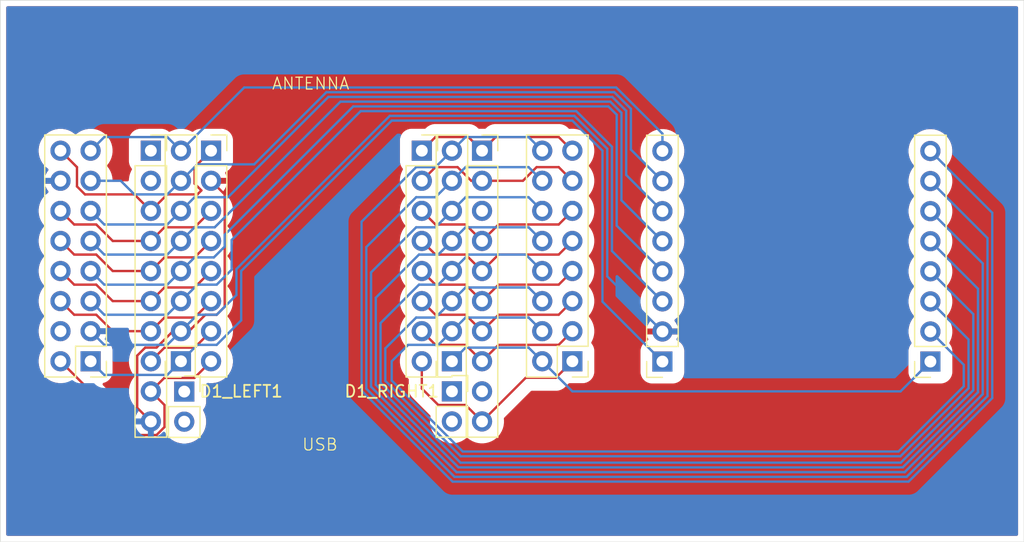
<source format=kicad_pcb>
(kicad_pcb (version 20241229) (generator "pcbnew") (generator_version "9.0")
  (layers (0 "F.Cu" signal) (2 "B.Cu" signal) (13 "F.Paste" user) (15 "B.Paste" user) (5 "F.SilkS" user "F.Silkscreen") (7 "B.SilkS" user "B.Silkscreen") (1 "F.Mask" user) (3 "B.Mask" user) (25 "Edge.Cuts" user))
  (net 0 "")
  (net 1 "D1M_D3")
  (net 2 "D1M_VDD")
  (net 3 "D1M_D1")
  (net 4 "D1M_D2")
  (net 5 "D1M_TX")
  (net 6 "D1M_GND")
  (net 7 "D1M_RX")
  (net 8 "D1M_D4")
  (net 9 "D1M_D5")
  (net 10 "D1M_A0")
  (net 11 "D1M_D7")
  (net 12 "D1M_RST")
  (net 13 "D1M_D8")
  (net 14 "D1M_D0")
  (net 15 "D1M_3V3")
  (net 16 "D1M_D6")
  (net 25 "SML_7")
  (net 26 "SML_4")
  (net 27 "SML_6")
  (net 28 "SML_3")
  (net 29 "SML_5")
  (net 30 "SML_8")
  (net 31 "SML_1")
  (net 32 "SMR_2")
  (net 33 "SMR_5")
  (net 34 "SMR_4")
  (net 35 "SMR_3")
  (net 36 "SMR_1")
  (net 37 "SMR_6")
  (net 38 "SMR_7")
  (net 39 "SMR_8")
  (footprint "Connector_PinSocket_2.54mm:PinSocket_1x08_P2.54mm_Vertical" (layer "F.Cu") (at 172.697975 119.404305 180)
    (property "Reference" "D1B_LEFT1" (hide yes))
    (property "Value" "Conn_01x08" (hide yes))
    (fp_line (start 1.33 1.27) (end 1.33 19.11) (stroke (width 0.12)) (layer "F.SilkS"))
    (fp_line (start 1.33 -1.33) (end 1.33 0) (stroke (width 0.12)) (layer "F.SilkS"))
    (fp_line (start 0 -1.33) (end 1.33 -1.33) (stroke (width 0.12)) (layer "F.SilkS"))
    (fp_line (start -1.33 19.11) (end 1.33 19.11) (stroke (width 0.12)) (layer "F.SilkS"))
    (fp_line (start -1.33 1.27) (end 1.33 1.27) (stroke (width 0.12)) (layer "F.SilkS"))
    (fp_line (start -1.33 1.27) (end -1.33 19.11) (stroke (width 0.12)) (layer "F.SilkS"))
    (pad "1" thru_hole rect (at 0 0 180) (size 1.7 1.7) (drill 1) (layers "*.Cu" "*.Mask") (net 2 "D1M_VDD"))
    (pad "2" thru_hole oval (at 0 2.54 180) (size 1.7 1.7) (drill 1) (layers "*.Cu" "*.Mask") (net 6 "D1M_GND"))
    (pad "3" thru_hole oval (at 0 5.08 180) (size 1.7 1.7) (drill 1) (layers "*.Cu" "*.Mask") (net 8 "D1M_D4"))
    (pad "4" thru_hole oval (at 0 7.62 180) (size 1.7 1.7) (drill 1) (layers "*.Cu" "*.Mask") (net 1 "D1M_D3"))
    (pad "5" thru_hole oval (at 0 10.16 180) (size 1.7 1.7) (drill 1) (layers "*.Cu" "*.Mask") (net 4 "D1M_D2"))
    (pad "6" thru_hole oval (at 0 12.7 180) (size 1.7 1.7) (drill 1) (layers "*.Cu" "*.Mask") (net 3 "D1M_D1"))
    (pad "7" thru_hole oval (at 0 15.24 180) (size 1.7 1.7) (drill 1) (layers "*.Cu" "*.Mask") (net 7 "D1M_RX"))
    (pad "8" thru_hole oval (at 0 17.78 180) (size 1.7 1.7) (drill 1) (layers "*.Cu" "*.Mask") (net 5 "D1M_TX"))
  )
  (footprint "Connector_PinSocket_2.54mm:PinSocket_1x10_P2.54mm_Vertical" (layer "F.Cu") (at 157.48 101.6)
    (property "Reference" "MPLUS_RIGHT1" (hide yes))
    (property "Value" "Conn_01x10" (hide yes))
    (fp_line (start -1.33 1.27) (end -1.33 24.19) (stroke (width 0.12)) (layer "F.SilkS"))
    (fp_line (start -1.33 1.27) (end 1.33 1.27) (stroke (width 0.12)) (layer "F.SilkS"))
    (fp_line (start -1.33 24.19) (end 1.33 24.19) (stroke (width 0.12)) (layer "F.SilkS"))
    (fp_line (start 0 -1.33) (end 1.33 -1.33) (stroke (width 0.12)) (layer "F.SilkS"))
    (fp_line (start 1.33 -1.33) (end 1.33 0) (stroke (width 0.12)) (layer "F.SilkS"))
    (fp_line (start 1.33 1.27) (end 1.33 24.19) (stroke (width 0.12)) (layer "F.SilkS"))
    (pad "1" thru_hole rect (at 0 0) (size 1.7 1.7) (drill 1) (layers "*.Cu" "*.Mask") (net 36 "SMR_1"))
    (pad "2" thru_hole oval (at 0 2.54) (size 1.7 1.7) (drill 1) (layers "*.Cu" "*.Mask") (net 32 "SMR_2"))
    (pad "3" thru_hole oval (at 0 5.08) (size 1.7 1.7) (drill 1) (layers "*.Cu" "*.Mask"))
    (pad "4" thru_hole oval (at 0 7.62) (size 1.7 1.7) (drill 1) (layers "*.Cu" "*.Mask") (net 35 "SMR_3"))
    (pad "5" thru_hole oval (at 0 10.16) (size 1.7 1.7) (drill 1) (layers "*.Cu" "*.Mask") (net 34 "SMR_4"))
    (pad "6" thru_hole oval (at 0 12.7) (size 1.7 1.7) (drill 1) (layers "*.Cu" "*.Mask") (net 33 "SMR_5"))
    (pad "7" thru_hole oval (at 0 15.24) (size 1.7 1.7) (drill 1) (layers "*.Cu" "*.Mask") (net 37 "SMR_6"))
    (pad "8" thru_hole oval (at 0 17.78) (size 1.7 1.7) (drill 1) (layers "*.Cu" "*.Mask") (net 38 "SMR_7"))
    (pad "9" thru_hole oval (at 0 20.32) (size 1.7 1.7) (drill 1) (layers "*.Cu" "*.Mask"))
    (pad "10" thru_hole oval (at 0 22.86) (size 1.7 1.7) (drill 1) (layers "*.Cu" "*.Mask") (net 39 "SMR_8"))
  )
  (footprint "Connector_PinHeader_2.54mm:PinHeader_2x08_P2.54mm_Vertical" (layer "F.Cu") (at 124.46 119.38 180)
    (property "Reference" "J2" (hide yes))
    (property "Value" "BB_LEFT")
    (fp_line (start 3.87 -1.33) (end 3.87 19.11) (stroke (width 0.12)) (layer "F.SilkS"))
    (fp_line (start 1.27 1.27) (end 1.27 -1.33) (stroke (width 0.12)) (layer "F.SilkS"))
    (fp_line (start 1.27 -1.33) (end 3.87 -1.33) (stroke (width 0.12)) (layer "F.SilkS"))
    (fp_line (start -1.33 19.11) (end 3.87 19.11) (stroke (width 0.12)) (layer "F.SilkS"))
    (fp_line (start -1.33 1.27) (end 1.27 1.27) (stroke (width 0.12)) (layer "F.SilkS"))
    (fp_line (start -1.33 1.27) (end -1.33 19.11) (stroke (width 0.12)) (layer "F.SilkS"))
    (fp_line (start -1.33 0) (end -1.33 -1.33) (stroke (width 0.12)) (layer "F.SilkS"))
    (fp_line (start -1.33 -1.33) (end 0 -1.33) (stroke (width 0.12)) (layer "F.SilkS"))
    (pad "1" thru_hole rect (at 0 0 180) (size 1.7 1.7) (drill 1) (layers "*.Cu" "*.Mask") (net 2 "D1M_VDD"))
    (pad "2" thru_hole oval (at 2.54 0 180) (size 1.7 1.7) (drill 1) (layers "*.Cu" "*.Mask") (net 30 "SML_8"))
    (pad "3" thru_hole oval (at 0 2.54 180) (size 1.7 1.7) (drill 1) (layers "*.Cu" "*.Mask") (net 6 "D1M_GND"))
    (pad "4" thru_hole oval (at 2.54 2.54 180) (size 1.7 1.7) (drill 1) (layers "*.Cu" "*.Mask") (net 25 "SML_7"))
    (pad "5" thru_hole oval (at 0 5.08 180) (size 1.7 1.7) (drill 1) (layers "*.Cu" "*.Mask") (net 8 "D1M_D4"))
    (pad "6" thru_hole oval (at 2.54 5.08 180) (size 1.7 1.7) (drill 1) (layers "*.Cu" "*.Mask") (net 27 "SML_6"))
    (pad "7" thru_hole oval (at 0 7.62 180) (size 1.7 1.7) (drill 1) (layers "*.Cu" "*.Mask") (net 1 "D1M_D3"))
    (pad "8" thru_hole oval (at 2.54 7.62 180) (size 1.7 1.7) (drill 1) (layers "*.Cu" "*.Mask") (net 29 "SML_5"))
    (pad "9" thru_hole oval (at 0 10.16 180) (size 1.7 1.7) (drill 1) (layers "*.Cu" "*.Mask") (net 4 "D1M_D2"))
    (pad "10" thru_hole oval (at 2.54 10.16 180) (size 1.7 1.7) (drill 1) (layers "*.Cu" "*.Mask") (net 26 "SML_4"))
    (pad "11" thru_hole oval (at 0 12.7 180) (size 1.7 1.7) (drill 1) (layers "*.Cu" "*.Mask") (net 3 "D1M_D1"))
    (pad "12" thru_hole oval (at 2.54 12.7 180) (size 1.7 1.7) (drill 1) (layers "*.Cu" "*.Mask") (net 28 "SML_3"))
    (pad "13" thru_hole oval (at 0 15.24 180) (size 1.7 1.7) (drill 1) (layers "*.Cu" "*.Mask") (net 7 "D1M_RX"))
    (pad "14" thru_hole oval (at 2.54 15.24 180) (size 1.7 1.7) (drill 1) (layers "*.Cu" "*.Mask") (net 6 "D1M_GND"))
    (pad "15" thru_hole oval (at 0 17.78 180) (size 1.7 1.7) (drill 1) (layers "*.Cu" "*.Mask") (net 5 "D1M_TX"))
    (pad "16" thru_hole oval (at 2.54 17.78 180) (size 1.7 1.7) (drill 1) (layers "*.Cu" "*.Mask") (net 31 "SML_1"))
  )
  (footprint "Connector_PinHeader_2.54mm:PinHeader_2x08_P2.54mm_Vertical" (layer "F.Cu") (at 165.1 119.38 180)
    (property "Reference" "J1" (hide yes))
    (property "Value" "BB_RIGHT")
    (fp_line (start 3.87 -1.33) (end 3.87 19.11) (stroke (width 0.12)) (layer "F.SilkS"))
    (fp_line (start 1.27 1.27) (end 1.27 -1.33) (stroke (width 0.12)) (layer "F.SilkS"))
    (fp_line (start 1.27 -1.33) (end 3.87 -1.33) (stroke (width 0.12)) (layer "F.SilkS"))
    (fp_line (start -1.33 19.11) (end 3.87 19.11) (stroke (width 0.12)) (layer "F.SilkS"))
    (fp_line (start -1.33 1.27) (end 1.27 1.27) (stroke (width 0.12)) (layer "F.SilkS"))
    (fp_line (start -1.33 1.27) (end -1.33 19.11) (stroke (width 0.12)) (layer "F.SilkS"))
    (fp_line (start -1.33 0) (end -1.33 -1.33) (stroke (width 0.12)) (layer "F.SilkS"))
    (fp_line (start -1.33 -1.33) (end 0 -1.33) (stroke (width 0.12)) (layer "F.SilkS"))
    (pad "1" thru_hole rect (at 0 0 180) (size 1.7 1.7) (drill 1) (layers "*.Cu" "*.Mask") (net 39 "SMR_8"))
    (pad "2" thru_hole oval (at 2.54 0 180) (size 1.7 1.7) (drill 1) (layers "*.Cu" "*.Mask") (net 15 "D1M_3V3"))
    (pad "3" thru_hole oval (at 0 2.54 180) (size 1.7 1.7) (drill 1) (layers "*.Cu" "*.Mask") (net 38 "SMR_7"))
    (pad "4" thru_hole oval (at 2.54 2.54 180) (size 1.7 1.7) (drill 1) (layers "*.Cu" "*.Mask") (net 13 "D1M_D8"))
    (pad "5" thru_hole oval (at 0 5.08 180) (size 1.7 1.7) (drill 1) (layers "*.Cu" "*.Mask") (net 37 "SMR_6"))
    (pad "6" thru_hole oval (at 2.54 5.08 180) (size 1.7 1.7) (drill 1) (layers "*.Cu" "*.Mask") (net 11 "D1M_D7"))
    (pad "7" thru_hole oval (at 0 7.62 180) (size 1.7 1.7) (drill 1) (layers "*.Cu" "*.Mask") (net 33 "SMR_5"))
    (pad "8" thru_hole oval (at 2.54 7.62 180) (size 1.7 1.7) (drill 1) (layers "*.Cu" "*.Mask") (net 16 "D1M_D6"))
    (pad "9" thru_hole oval (at 0 10.16 180) (size 1.7 1.7) (drill 1) (layers "*.Cu" "*.Mask") (net 34 "SMR_4"))
    (pad "10" thru_hole oval (at 2.54 10.16 180) (size 1.7 1.7) (drill 1) (layers "*.Cu" "*.Mask") (net 9 "D1M_D5"))
    (pad "11" thru_hole oval (at 0 12.7 180) (size 1.7 1.7) (drill 1) (layers "*.Cu" "*.Mask") (net 35 "SMR_3"))
    (pad "12" thru_hole oval (at 2.54 12.7 180) (size 1.7 1.7) (drill 1) (layers "*.Cu" "*.Mask") (net 14 "D1M_D0"))
    (pad "13" thru_hole oval (at 0 15.24 180) (size 1.7 1.7) (drill 1) (layers "*.Cu" "*.Mask") (net 32 "SMR_2"))
    (pad "14" thru_hole oval (at 2.54 15.24 180) (size 1.7 1.7) (drill 1) (layers "*.Cu" "*.Mask") (net 10 "D1M_A0"))
    (pad "15" thru_hole oval (at 0 17.78 180) (size 1.7 1.7) (drill 1) (layers "*.Cu" "*.Mask") (net 36 "SMR_1"))
    (pad "16" thru_hole oval (at 2.54 17.78 180) (size 1.7 1.7) (drill 1) (layers "*.Cu" "*.Mask") (net 12 "D1M_RST"))
  )
  (footprint "Connector_PinSocket_2.54mm:PinSocket_1x08_P2.54mm_Vertical" (layer "F.Cu") (at 132.08 119.38 180)
    (property "Reference" "D1_LEFT1" (at -5.08 -2.54 0) (layer "F.SilkS"))
    (property "Value" "Conn_01x08" (hide yes))
    (fp_line (start 1.33 1.27) (end 1.33 19.11) (stroke (width 0.12)) (layer "F.SilkS"))
    (fp_line (start 1.33 -1.33) (end 1.33 0) (stroke (width 0.12)) (layer "F.SilkS"))
    (fp_line (start 0 -1.33) (end 1.33 -1.33) (stroke (width 0.12)) (layer "F.SilkS"))
    (fp_line (start -1.33 19.11) (end 1.33 19.11) (stroke (width 0.12)) (layer "F.SilkS"))
    (fp_line (start -1.33 1.27) (end 1.33 1.27) (stroke (width 0.12)) (layer "F.SilkS"))
    (fp_line (start -1.33 1.27) (end -1.33 19.11) (stroke (width 0.12)) (layer "F.SilkS"))
    (pad "1" thru_hole rect (at 0 0 180) (size 1.7 1.7) (drill 1) (layers "*.Cu" "*.Mask") (net 2 "D1M_VDD"))
    (pad "2" thru_hole oval (at 0 2.54 180) (size 1.7 1.7) (drill 1) (layers "*.Cu" "*.Mask") (net 6 "D1M_GND"))
    (pad "3" thru_hole oval (at 0 5.08 180) (size 1.7 1.7) (drill 1) (layers "*.Cu" "*.Mask") (net 8 "D1M_D4"))
    (pad "4" thru_hole oval (at 0 7.62 180) (size 1.7 1.7) (drill 1) (layers "*.Cu" "*.Mask") (net 1 "D1M_D3"))
    (pad "5" thru_hole oval (at 0 10.16 180) (size 1.7 1.7) (drill 1) (layers "*.Cu" "*.Mask") (net 4 "D1M_D2"))
    (pad "6" thru_hole oval (at 0 12.7 180) (size 1.7 1.7) (drill 1) (layers "*.Cu" "*.Mask") (net 3 "D1M_D1"))
    (pad "7" thru_hole oval (at 0 15.24 180) (size 1.7 1.7) (drill 1) (layers "*.Cu" "*.Mask") (net 7 "D1M_RX"))
    (pad "8" thru_hole oval (at 0 17.78 180) (size 1.7 1.7) (drill 1) (layers "*.Cu" "*.Mask") (net 5 "D1M_TX"))
  )
  (footprint "Connector_PinSocket_2.54mm:PinSocket_1x10_P2.54mm_Vertical" (layer "F.Cu") (at 129.54 101.6)
    (property "Reference" "MPLUS_LEFT1" (hide yes))
    (property "Value" "Conn_01x10" (hide yes))
    (fp_line (start -1.33 1.27) (end -1.33 24.19) (stroke (width 0.12)) (layer "F.SilkS"))
    (fp_line (start -1.33 1.27) (end 1.33 1.27) (stroke (width 0.12)) (layer "F.SilkS"))
    (fp_line (start -1.33 24.19) (end 1.33 24.19) (stroke (width 0.12)) (layer "F.SilkS"))
    (fp_line (start 0 -1.33) (end 1.33 -1.33) (stroke (width 0.12)) (layer "F.SilkS"))
    (fp_line (start 1.33 -1.33) (end 1.33 0) (stroke (width 0.12)) (layer "F.SilkS"))
    (fp_line (start 1.33 1.27) (end 1.33 24.19) (stroke (width 0.12)) (layer "F.SilkS"))
    (pad "1" thru_hole rect (at 0 0) (size 1.7 1.7) (drill 1) (layers "*.Cu" "*.Mask"))
    (pad "2" thru_hole oval (at 0 2.54) (size 1.7 1.7) (drill 1) (layers "*.Cu" "*.Mask"))
    (pad "3" thru_hole oval (at 0 5.08) (size 1.7 1.7) (drill 1) (layers "*.Cu" "*.Mask") (net 31 "SML_1"))
    (pad "4" thru_hole oval (at 0 7.62) (size 1.7 1.7) (drill 1) (layers "*.Cu" "*.Mask") (net 28 "SML_3"))
    (pad "5" thru_hole oval (at 0 10.16) (size 1.7 1.7) (drill 1) (layers "*.Cu" "*.Mask") (net 26 "SML_4"))
    (pad "6" thru_hole oval (at 0 12.7) (size 1.7 1.7) (drill 1) (layers "*.Cu" "*.Mask") (net 29 "SML_5"))
    (pad "7" thru_hole oval (at 0 15.24) (size 1.7 1.7) (drill 1) (layers "*.Cu" "*.Mask") (net 27 "SML_6"))
    (pad "8" thru_hole oval (at 0 17.78) (size 1.7 1.7) (drill 1) (layers "*.Cu" "*.Mask") (net 25 "SML_7"))
    (pad "9" thru_hole oval (at 0 20.32) (size 1.7 1.7) (drill 1) (layers "*.Cu" "*.Mask") (net 30 "SML_8"))
    (pad "10" thru_hole oval (at 0 22.86) (size 1.7 1.7) (drill 1) (layers "*.Cu" "*.Mask") (net 6 "D1M_GND"))
  )
  (footprint "Connector_PinSocket_2.54mm:PinSocket_1x08_P2.54mm_Vertical" (layer "F.Cu") (at 195.303975 119.404305 180)
    (property "Reference" "D1B_RIGHT1" (hide yes))
    (property "Value" "Conn_01x08" (hide yes))
    (fp_line (start 1.33 1.27) (end 1.33 19.11) (stroke (width 0.12)) (layer "F.SilkS"))
    (fp_line (start 1.33 -1.33) (end 1.33 0) (stroke (width 0.12)) (layer "F.SilkS"))
    (fp_line (start 0 -1.33) (end 1.33 -1.33) (stroke (width 0.12)) (layer "F.SilkS"))
    (fp_line (start -1.33 19.11) (end 1.33 19.11) (stroke (width 0.12)) (layer "F.SilkS"))
    (fp_line (start -1.33 1.27) (end 1.33 1.27) (stroke (width 0.12)) (layer "F.SilkS"))
    (fp_line (start -1.33 1.27) (end -1.33 19.11) (stroke (width 0.12)) (layer "F.SilkS"))
    (pad "1" thru_hole rect (at 0 0 180) (size 1.7 1.7) (drill 1) (layers "*.Cu" "*.Mask") (net 15 "D1M_3V3"))
    (pad "2" thru_hole oval (at 0 2.54 180) (size 1.7 1.7) (drill 1) (layers "*.Cu" "*.Mask") (net 13 "D1M_D8"))
    (pad "3" thru_hole oval (at 0 5.08 180) (size 1.7 1.7) (drill 1) (layers "*.Cu" "*.Mask") (net 11 "D1M_D7"))
    (pad "4" thru_hole oval (at 0 7.62 180) (size 1.7 1.7) (drill 1) (layers "*.Cu" "*.Mask") (net 16 "D1M_D6"))
    (pad "5" thru_hole oval (at 0 10.16 180) (size 1.7 1.7) (drill 1) (layers "*.Cu" "*.Mask") (net 9 "D1M_D5"))
    (pad "6" thru_hole oval (at 0 12.7 180) (size 1.7 1.7) (drill 1) (layers "*.Cu" "*.Mask") (net 14 "D1M_D0"))
    (pad "7" thru_hole oval (at 0 15.24 180) (size 1.7 1.7) (drill 1) (layers "*.Cu" "*.Mask") (net 10 "D1M_A0"))
    (pad "8" thru_hole oval (at 0 17.78 180) (size 1.7 1.7) (drill 1) (layers "*.Cu" "*.Mask") (net 12 "D1M_RST"))
  )
  (footprint "Connector_PinSocket_2.54mm:PinSocket_1x08_P2.54mm_Vertical" (layer "F.Cu") (at 154.94 119.38 180)
    (property "Reference" "D1_RIGHT1" (at 5.08 -2.54 0) (layer "F.SilkS"))
    (property "Value" "Conn_01x08" (hide yes))
    (fp_line (start 1.33 1.27) (end 1.33 19.11) (stroke (width 0.12)) (layer "F.SilkS"))
    (fp_line (start 1.33 -1.33) (end 1.33 0) (stroke (width 0.12)) (layer "F.SilkS"))
    (fp_line (start 0 -1.33) (end 1.33 -1.33) (stroke (width 0.12)) (layer "F.SilkS"))
    (fp_line (start -1.33 19.11) (end 1.33 19.11) (stroke (width 0.12)) (layer "F.SilkS"))
    (fp_line (start -1.33 1.27) (end 1.33 1.27) (stroke (width 0.12)) (layer "F.SilkS"))
    (fp_line (start -1.33 1.27) (end -1.33 19.11) (stroke (width 0.12)) (layer "F.SilkS"))
    (pad "1" thru_hole rect (at 0 0 180) (size 1.7 1.7) (drill 1) (layers "*.Cu" "*.Mask") (net 15 "D1M_3V3"))
    (pad "2" thru_hole oval (at 0 2.54 180) (size 1.7 1.7) (drill 1) (layers "*.Cu" "*.Mask") (net 13 "D1M_D8"))
    (pad "3" thru_hole oval (at 0 5.08 180) (size 1.7 1.7) (drill 1) (layers "*.Cu" "*.Mask") (net 11 "D1M_D7"))
    (pad "4" thru_hole oval (at 0 7.62 180) (size 1.7 1.7) (drill 1) (layers "*.Cu" "*.Mask") (net 16 "D1M_D6"))
    (pad "5" thru_hole oval (at 0 10.16 180) (size 1.7 1.7) (drill 1) (layers "*.Cu" "*.Mask") (net 9 "D1M_D5"))
    (pad "6" thru_hole oval (at 0 12.7 180) (size 1.7 1.7) (drill 1) (layers "*.Cu" "*.Mask") (net 14 "D1M_D0"))
    (pad "7" thru_hole oval (at 0 15.24 180) (size 1.7 1.7) (drill 1) (layers "*.Cu" "*.Mask") (net 10 "D1M_A0"))
    (pad "8" thru_hole oval (at 0 17.78 180) (size 1.7 1.7) (drill 1) (layers "*.Cu" "*.Mask") (net 12 "D1M_RST"))
  )
  (footprint "Connector_PinSocket_2.54mm:PinSocket_1x08_P2.54mm_Vertical" (layer "F.Cu") (at 152.4 101.6)
    (property "Reference" "SMINI_RIGHT1" (hide yes))
    (property "Value" "Conn_01x08" (hide yes))
    (fp_line (start -1.33 1.27) (end -1.33 19.11) (stroke (width 0.12)) (layer "F.SilkS"))
    (fp_line (start -1.33 1.27) (end 1.33 1.27) (stroke (width 0.12)) (layer "F.SilkS"))
    (fp_line (start -1.33 19.11) (end 1.33 19.11) (stroke (width 0.12)) (layer "F.SilkS"))
    (fp_line (start 0 -1.33) (end 1.33 -1.33) (stroke (width 0.12)) (layer "F.SilkS"))
    (fp_line (start 1.33 -1.33) (end 1.33 0) (stroke (width 0.12)) (layer "F.SilkS"))
    (fp_line (start 1.33 1.27) (end 1.33 19.11) (stroke (width 0.12)) (layer "F.SilkS"))
    (pad "1" thru_hole rect (at 0 0) (size 1.7 1.7) (drill 1) (layers "*.Cu" "*.Mask") (net 36 "SMR_1"))
    (pad "2" thru_hole oval (at 0 2.54) (size 1.7 1.7) (drill 1) (layers "*.Cu" "*.Mask") (net 32 "SMR_2"))
    (pad "3" thru_hole oval (at 0 5.08) (size 1.7 1.7) (drill 1) (layers "*.Cu" "*.Mask") (net 35 "SMR_3"))
    (pad "4" thru_hole oval (at 0 7.62) (size 1.7 1.7) (drill 1) (layers "*.Cu" "*.Mask") (net 34 "SMR_4"))
    (pad "5" thru_hole oval (at 0 10.16) (size 1.7 1.7) (drill 1) (layers "*.Cu" "*.Mask") (net 33 "SMR_5"))
    (pad "6" thru_hole oval (at 0 12.7) (size 1.7 1.7) (drill 1) (layers "*.Cu" "*.Mask") (net 37 "SMR_6"))
    (pad "7" thru_hole oval (at 0 15.24) (size 1.7 1.7) (drill 1) (layers "*.Cu" "*.Mask") (net 38 "SMR_7"))
    (pad "8" thru_hole oval (at 0 17.78) (size 1.7 1.7) (drill 1) (layers "*.Cu" "*.Mask") (net 39 "SMR_8"))
  )
  (footprint "Connector_PinSocket_2.54mm:PinSocket_1x08_P2.54mm_Vertical" (layer "F.Cu") (at 134.62 101.6)
    (property "Reference" "SMINI_LEFT1" (hide yes))
    (property "Value" "Conn_01x08" (hide yes))
    (fp_line (start -1.33 1.27) (end -1.33 19.11) (stroke (width 0.12)) (layer "F.SilkS"))
    (fp_line (start -1.33 1.27) (end 1.33 1.27) (stroke (width 0.12)) (layer "F.SilkS"))
    (fp_line (start -1.33 19.11) (end 1.33 19.11) (stroke (width 0.12)) (layer "F.SilkS"))
    (fp_line (start 0 -1.33) (end 1.33 -1.33) (stroke (width 0.12)) (layer "F.SilkS"))
    (fp_line (start 1.33 -1.33) (end 1.33 0) (stroke (width 0.12)) (layer "F.SilkS"))
    (fp_line (start 1.33 1.27) (end 1.33 19.11) (stroke (width 0.12)) (layer "F.SilkS"))
    (pad "1" thru_hole rect (at 0 0) (size 1.7 1.7) (drill 1) (layers "*.Cu" "*.Mask") (net 31 "SML_1"))
    (pad "2" thru_hole oval (at 0 2.54) (size 1.7 1.7) (drill 1) (layers "*.Cu" "*.Mask") (net 6 "D1M_GND"))
    (pad "3" thru_hole oval (at 0 5.08) (size 1.7 1.7) (drill 1) (layers "*.Cu" "*.Mask") (net 28 "SML_3"))
    (pad "4" thru_hole oval (at 0 7.62) (size 1.7 1.7) (drill 1) (layers "*.Cu" "*.Mask") (net 26 "SML_4"))
    (pad "5" thru_hole oval (at 0 10.16) (size 1.7 1.7) (drill 1) (layers "*.Cu" "*.Mask") (net 29 "SML_5"))
    (pad "6" thru_hole oval (at 0 12.7) (size 1.7 1.7) (drill 1) (layers "*.Cu" "*.Mask") (net 27 "SML_6"))
    (pad "7" thru_hole oval (at 0 15.24) (size 1.7 1.7) (drill 1) (layers "*.Cu" "*.Mask") (net 25 "SML_7"))
    (pad "8" thru_hole oval (at 0 17.78) (size 1.7 1.7) (drill 1) (layers "*.Cu" "*.Mask") (net 30 "SML_8"))
  )
  (footprint "Connector_PinSocket_2.54mm:PinSocket_1x02_P2.54mm_Vertical" (layer "F.Cu") (at 154.94 121.92)
    (property "Reference" "J4" (hide yes))
    (property "Value" "Conn_01x02" (hide yes))
    (fp_line (start -1.33 1.27) (end -1.33 3.87) (stroke (width 0.12)) (layer "F.SilkS"))
    (fp_line (start -1.33 1.27) (end 1.33 1.27) (stroke (width 0.12)) (layer "F.SilkS"))
    (fp_line (start -1.33 3.87) (end 1.33 3.87) (stroke (width 0.12)) (layer "F.SilkS"))
    (fp_line (start 0 -1.33) (end 1.33 -1.33) (stroke (width 0.12)) (layer "F.SilkS"))
    (fp_line (start 1.33 -1.33) (end 1.33 0) (stroke (width 0.12)) (layer "F.SilkS"))
    (fp_line (start 1.33 1.27) (end 1.33 3.87) (stroke (width 0.12)) (layer "F.SilkS"))
    (pad "1" thru_hole rect (at 0 0) (size 1.7 1.7) (drill 1) (layers "*.Cu" "*.Mask"))
    (pad "2" thru_hole oval (at 0 2.54) (size 1.7 1.7) (drill 1) (layers "*.Cu" "*.Mask"))
  )
  (footprint "Connector_PinSocket_2.54mm:PinSocket_1x02_P2.54mm_Vertical" (layer "F.Cu") (at 132.359 121.94)
    (property "Reference" "J3" (hide yes))
    (property "Value" "Conn_01x02" (hide yes))
    (fp_line (start -1.33 1.27) (end -1.33 3.87) (stroke (width 0.12)) (layer "F.SilkS"))
    (fp_line (start -1.33 1.27) (end 1.33 1.27) (stroke (width 0.12)) (layer "F.SilkS"))
    (fp_line (start -1.33 3.87) (end 1.33 3.87) (stroke (width 0.12)) (layer "F.SilkS"))
    (fp_line (start 0 -1.33) (end 1.33 -1.33) (stroke (width 0.12)) (layer "F.SilkS"))
    (fp_line (start 1.33 -1.33) (end 1.33 0) (stroke (width 0.12)) (layer "F.SilkS"))
    (fp_line (start 1.33 1.27) (end 1.33 3.87) (stroke (width 0.12)) (layer "F.SilkS"))
    (pad "1" thru_hole rect (at 0 0) (size 1.7 1.7) (drill 1) (layers "*.Cu" "*.Mask"))
    (pad "2" thru_hole oval (at 0 2.54) (size 1.7 1.7) (drill 1) (layers "*.Cu" "*.Mask"))
  )
  (gr_rect (start 116.84 88.9) (end 203.2 134.62) (stroke (width 0.05)) (fill no) (layer "Edge.Cuts"))
  (gr_text "USB" (at 142.24 127 0) (layer "F.SilkS") (effects (font (size 1 1) (thickness 0.1)) (justify left bottom)))
  (gr_text "ANTENNA\n" (at 139.7 96.52 0) (layer "F.SilkS") (effects (font (size 1 1) (thickness 0.1)) (justify left bottom)))
  (segment (start 172.697975 111.784305) (end 168.84 107.92633) (width 0.2) (layer "B.Cu") (net 1))
  (segment (start 135.771 109.69676) (end 134.85876 110.609) (width 0.2) (layer "B.Cu") (net 1))
  (segment (start 130.929 112.911) (end 132.08 111.76) (width 0.2) (layer "B.Cu") (net 1))
  (segment (start 125.611 112.911) (end 130.929 112.911) (width 0.2) (layer "B.Cu") (net 1))
  (segment (start 135.771 108.702194) (end 135.771 109.69676) (width 0.2) (layer "B.Cu") (net 1))
  (segment (start 168.839999 98.562944) (end 168.137055 97.86) (width 0.2) (layer "B.Cu") (net 1))
  (segment (start 168.137055 97.86) (end 146.613194 97.86) (width 0.2) (layer "B.Cu") (net 1))
  (segment (start 146.613194 97.86) (end 135.771 108.702194) (width 0.2) (layer "B.Cu") (net 1))
  (segment (start 133.231 110.609) (end 132.08 111.76) (width 0.2) (layer "B.Cu") (net 1))
  (segment (start 168.84 107.92633) (end 168.839999 98.562944) (width 0.2) (layer "B.Cu") (net 1))
  (segment (start 124.46 111.76) (end 125.611 112.911) (width 0.2) (layer "B.Cu") (net 1))
  (segment (start 134.85876 110.609) (end 133.231 110.609) (width 0.2) (layer "B.Cu") (net 1))
  (segment (start 130.929 120.531) (end 132.08 119.38) (width 0.2) (layer "B.Cu") (net 2))
  (segment (start 167.64 101.600001) (end 165.099999 99.06) (width 0.2) (layer "B.Cu") (net 2))
  (segment (start 165.099999 99.06) (end 149.86 99.06) (width 0.2) (layer "B.Cu") (net 2))
  (segment (start 137.16 115.92776) (end 135.09676 117.991) (width 0.2) (layer "B.Cu") (net 2))
  (segment (start 167.64 114.34633) (end 167.64 101.600001) (width 0.2) (layer "B.Cu") (net 2))
  (segment (start 137.16 111.76) (end 137.16 115.92776) (width 0.2) (layer "B.Cu") (net 2))
  (segment (start 125.611 120.531) (end 130.929 120.531) (width 0.2) (layer "B.Cu") (net 2))
  (segment (start 172.697975 119.404305) (end 167.64 114.34633) (width 0.2) (layer "B.Cu") (net 2))
  (segment (start 135.09676 117.991) (end 133.469 117.991) (width 0.2) (layer "B.Cu") (net 2))
  (segment (start 149.86 99.06) (end 137.16 111.76) (width 0.2) (layer "B.Cu") (net 2))
  (segment (start 133.469 117.991) (end 132.08 119.38) (width 0.2) (layer "B.Cu") (net 2))
  (segment (start 124.46 119.38) (end 125.611 120.531) (width 0.2) (layer "B.Cu") (net 2))
  (segment (start 168.468425 97.06) (end 169.639999 98.231574) (width 0.2) (layer "B.Cu") (net 3))
  (segment (start 133.231 105.529) (end 136.048259 105.529) (width 0.2) (layer "B.Cu") (net 3))
  (segment (start 132.08 106.68) (end 130.929 107.831) (width 0.2) (layer "B.Cu") (net 3))
  (segment (start 169.64 103.64633) (end 172.697975 106.704305) (width 0.2) (layer "B.Cu") (net 3))
  (segment (start 144.517259 97.06) (end 168.468425 97.06) (width 0.2) (layer "B.Cu") (net 3))
  (segment (start 169.639999 98.231574) (end 169.64 103.64633) (width 0.2) (layer "B.Cu") (net 3))
  (segment (start 130.929 107.831) (end 125.611 107.831) (width 0.2) (layer "B.Cu") (net 3))
  (segment (start 132.08 106.68) (end 133.231 105.529) (width 0.2) (layer "B.Cu") (net 3))
  (segment (start 125.611 107.831) (end 124.46 106.68) (width 0.2) (layer "B.Cu") (net 3))
  (segment (start 136.048259 105.529) (end 144.517259 97.06) (width 0.2) (layer "B.Cu") (net 3))
  (segment (start 169.24 105.78633) (end 172.697975 109.244305) (width 0.2) (layer "B.Cu") (net 4))
  (segment (start 125.611 110.371) (end 124.46 109.22) (width 0.2) (layer "B.Cu") (net 4))
  (segment (start 145.537057 97.46) (end 168.30274 97.46) (width 0.2) (layer "B.Cu") (net 4))
  (segment (start 134.928058 108.069) (end 145.537057 97.46) (width 0.2) (layer "B.Cu") (net 4))
  (segment (start 132.08 109.22) (end 133.231 108.069) (width 0.2) (layer "B.Cu") (net 4))
  (segment (start 130.929 110.371) (end 125.611 110.371) (width 0.2) (layer "B.Cu") (net 4))
  (segment (start 168.30274 97.46) (end 169.239999 98.397259) (width 0.2) (layer "B.Cu") (net 4))
  (segment (start 133.231 108.069) (end 134.928058 108.069) (width 0.2) (layer "B.Cu") (net 4))
  (segment (start 169.239999 98.397259) (end 169.24 105.78633) (width 0.2) (layer "B.Cu") (net 4))
  (segment (start 132.08 109.22) (end 130.929 110.371) (width 0.2) (layer "B.Cu") (net 4))
  (segment (start 125.611 100.449) (end 130.929 100.449) (width 0.2) (layer "B.Cu") (net 5))
  (segment (start 168.799799 96.26) (end 172.697975 100.158179) (width 0.2) (layer "B.Cu") (net 5))
  (segment (start 124.46 101.6) (end 125.611 100.449) (width 0.2) (layer "B.Cu") (net 5))
  (segment (start 137.42 96.26) (end 168.799799 96.26) (width 0.2) (layer "B.Cu") (net 5))
  (segment (start 130.929 100.449) (end 132.08 101.6) (width 0.2) (layer "B.Cu") (net 5))
  (segment (start 132.08 101.6) (end 137.42 96.26) (width 0.2) (layer "B.Cu") (net 5))
  (segment (start 172.697975 100.158179) (end 172.697975 101.624305) (width 0.2) (layer "B.Cu") (net 5))
  (segment (start 129.06324 118.229) (end 130.01676 118.229) (width 0.2) (layer "F.Cu") (net 6))
  (segment (start 131.40576 116.84) (end 132.08 116.84) (width 0.2) (layer "F.Cu") (net 6))
  (segment (start 128.389 118.90324) (end 129.06324 118.229) (width 0.2) (layer "F.Cu") (net 6))
  (segment (start 128.389 123.309) (end 128.389 118.90324) (width 0.2) (layer "F.Cu") (net 6))
  (segment (start 135.771 105.291) (end 135.771 114.77676) (width 0.2) (layer "F.Cu") (net 6))
  (segment (start 129.54 124.46) (end 128.389 123.309) (width 0.2) (layer "F.Cu") (net 6))
  (segment (start 134.62 104.14) (end 135.771 105.291) (width 0.2) (layer "F.Cu") (net 6))
  (segment (start 135.09676 115.451) (end 134.14324 115.451) (width 0.2) (layer "F.Cu") (net 6))
  (segment (start 130.01676 118.229) (end 131.40576 116.84) (width 0.2) (layer "F.Cu") (net 6))
  (segment (start 132.75424 116.84) (end 132.08 116.84) (width 0.2) (layer "F.Cu") (net 6))
  (segment (start 135.771 114.77676) (end 135.09676 115.451) (width 0.2) (layer "F.Cu") (net 6))
  (segment (start 134.14324 115.451) (end 132.75424 116.84) (width 0.2) (layer "F.Cu") (net 6))
  (segment (start 168.04 101.434315) (end 165.265684 98.66) (width 0.2) (layer "B.Cu") (net 6))
  (segment (start 125.611 117.991) (end 124.46 116.84) (width 0.2) (layer "B.Cu") (net 6))
  (segment (start 168.04 112.20633) (end 168.04 101.434315) (width 0.2) (layer "B.Cu") (net 6))
  (segment (start 132.08 116.84) (end 130.929 117.991) (width 0.2) (layer "B.Cu") (net 6))
  (segment (start 133.469 115.451) (end 132.08 116.84) (width 0.2) (layer "B.Cu") (net 6))
  (segment (start 130.929 117.991) (end 125.611 117.991) (width 0.2) (layer "B.Cu") (net 6))
  (segment (start 136.76 113.78776) (end 135.09676 115.451) (width 0.2) (layer "B.Cu") (net 6))
  (segment (start 136.76 111.594315) (end 136.76 113.78776) (width 0.2) (layer "B.Cu") (net 6))
  (segment (start 172.697975 116.864305) (end 168.04 112.20633) (width 0.2) (layer "B.Cu") (net 6))
  (segment (start 165.265684 98.66) (end 149.694314 98.66) (width 0.2) (layer "B.Cu") (net 6))
  (segment (start 149.694314 98.66) (end 136.76 111.594315) (width 0.2) (layer "B.Cu") (net 6))
  (segment (start 135.09676 115.451) (end 133.469 115.451) (width 0.2) (layer "B.Cu") (net 6))
  (segment (start 128.151 105.291) (end 127 104.14) (width 0.2) (layer "B.Cu") (net 7))
  (segment (start 170.039999 98.065889) (end 170.04 101.50633) (width 0.2) (layer "B.Cu") (net 7))
  (segment (start 132.08 104.14) (end 133.469 102.751) (width 0.2) (layer "B.Cu") (net 7))
  (segment (start 168.63411 96.66) (end 170.039999 98.065889) (width 0.2) (layer "B.Cu") (net 7))
  (segment (start 133.469 102.751) (end 138.259158 102.751) (width 0.2) (layer "B.Cu") (net 7))
  (segment (start 144.350158 96.66) (end 168.63411 96.66) (width 0.2) (layer "B.Cu") (net 7))
  (segment (start 132.08 104.14) (end 130.929 105.291) (width 0.2) (layer "B.Cu") (net 7))
  (segment (start 127 104.14) (end 124.46 104.14) (width 0.2) (layer "B.Cu") (net 7))
  (segment (start 170.04 101.50633) (end 172.697975 104.164305) (width 0.2) (layer "B.Cu") (net 7))
  (segment (start 138.259158 102.751) (end 144.350158 96.66) (width 0.2) (layer "B.Cu") (net 7))
  (segment (start 130.929 105.291) (end 128.151 105.291) (width 0.2) (layer "B.Cu") (net 7))
  (segment (start 135.09676 112.911) (end 133.469 112.911) (width 0.2) (layer "B.Cu") (net 8))
  (segment (start 172.697975 114.324305) (end 168.44 110.06633) (width 0.2) (layer "B.Cu") (net 8))
  (segment (start 136.36 111.64776) (end 135.09676 112.911) (width 0.2) (layer "B.Cu") (net 8))
  (segment (start 165.431369 98.26) (end 147.241243 98.26) (width 0.2) (layer "B.Cu") (net 8))
  (segment (start 147.241243 98.26) (end 136.36 109.141243) (width 0.2) (layer "B.Cu") (net 8))
  (segment (start 130.929 115.451) (end 125.611 115.451) (width 0.2) (layer "B.Cu") (net 8))
  (segment (start 132.08 114.3) (end 130.929 115.451) (width 0.2) (layer "B.Cu") (net 8))
  (segment (start 133.469 112.911) (end 132.08 114.3) (width 0.2) (layer "B.Cu") (net 8))
  (segment (start 125.611 115.451) (end 124.46 114.3) (width 0.2) (layer "B.Cu") (net 8))
  (segment (start 168.44 110.06633) (end 168.44 101.268631) (width 0.2) (layer "B.Cu") (net 8))
  (segment (start 136.36 109.141243) (end 136.36 111.64776) (width 0.2) (layer "B.Cu") (net 8))
  (segment (start 168.44 101.268631) (end 165.431369 98.26) (width 0.2) (layer "B.Cu") (net 8))
  (segment (start 199.32 121.989996) (end 199.32 113.26033) (width 0.2) (layer "B.Cu") (net 9))
  (segment (start 152.16124 110.371) (end 148.518 114.01424) (width 0.2) (layer "B.Cu") (net 9))
  (segment (start 161.409 108.069) (end 162.56 109.22) (width 0.2) (layer "B.Cu") (net 9))
  (segment (start 192.968996 128.341) (end 199.32 121.989996) (width 0.2) (layer "B.Cu") (net 9))
  (segment (start 199.32 113.26033) (end 195.303975 109.244305) (width 0.2) (layer "B.Cu") (net 9))
  (segment (start 153.789 110.371) (end 152.16124 110.371) (width 0.2) (layer "B.Cu") (net 9))
  (segment (start 154.94 109.22) (end 156.091 108.069) (width 0.2) (layer "B.Cu") (net 9))
  (segment (start 156.091 108.069) (end 161.409 108.069) (width 0.2) (layer "B.Cu") (net 9))
  (segment (start 154.94 109.22) (end 153.789 110.371) (width 0.2) (layer "B.Cu") (net 9))
  (segment (start 148.518 114.01424) (end 148.518 121.36423) (width 0.2) (layer "B.Cu") (net 9))
  (segment (start 155.49477 128.341) (end 192.968996 128.341) (width 0.2) (layer "B.Cu") (net 9))
  (segment (start 148.518 121.36423) (end 155.49477 128.341) (width 0.2) (layer "B.Cu") (net 9))
  (segment (start 154.94 104.14) (end 156.091 102.989) (width 0.2) (layer "B.Cu") (net 10))
  (segment (start 156.091 102.989) (end 161.409 102.989) (width 0.2) (layer "B.Cu") (net 10))
  (segment (start 151.92324 105.529) (end 147.716 109.73624) (width 0.2) (layer "B.Cu") (net 10))
  (segment (start 200.12 122.321366) (end 200.12 108.98033) (width 0.2) (layer "B.Cu") (net 10))
  (segment (start 161.409 102.989) (end 162.56 104.14) (width 0.2) (layer "B.Cu") (net 10))
  (segment (start 193.298366 129.143) (end 200.12 122.321366) (width 0.2) (layer "B.Cu") (net 10))
  (segment (start 147.716 121.69643) (end 155.16257 129.143) (width 0.2) (layer "B.Cu") (net 10))
  (segment (start 154.94 104.14) (end 153.551 105.529) (width 0.2) (layer "B.Cu") (net 10))
  (segment (start 200.12 108.98033) (end 195.303975 104.164305) (width 0.2) (layer "B.Cu") (net 10))
  (segment (start 147.716 109.73624) (end 147.716 121.69643) (width 0.2) (layer "B.Cu") (net 10))
  (segment (start 155.16257 129.143) (end 193.298366 129.143) (width 0.2) (layer "B.Cu") (net 10))
  (segment (start 153.551 105.529) (end 151.92324 105.529) (width 0.2) (layer "B.Cu") (net 10))
  (segment (start 149.319 118.29324) (end 149.319 121.032444) (width 0.2) (layer "B.Cu") (net 11))
  (segment (start 155.688556 127.402) (end 192.776626 127.402) (width 0.2) (layer "B.Cu") (net 11))
  (segment (start 154.94 114.3) (end 153.551 115.689) (width 0.2) (layer "B.Cu") (net 11))
  (segment (start 156.091 113.149) (end 161.409 113.149) (width 0.2) (layer "B.Cu") (net 11))
  (segment (start 149.319 121.032444) (end 155.688556 127.402) (width 0.2) (layer "B.Cu") (net 11))
  (segment (start 198.52 117.54033) (end 195.303975 114.324305) (width 0.2) (layer "B.Cu") (net 11))
  (segment (start 153.551 115.689) (end 151.92324 115.689) (width 0.2) (layer "B.Cu") (net 11))
  (segment (start 151.92324 115.689) (end 149.319 118.29324) (width 0.2) (layer "B.Cu") (net 11))
  (segment (start 161.409 113.149) (end 162.56 114.3) (width 0.2) (layer "B.Cu") (net 11))
  (segment (start 198.52 121.658626) (end 198.52 117.54033) (width 0.2) (layer "B.Cu") (net 11))
  (segment (start 154.94 114.3) (end 156.091 113.149) (width 0.2) (layer "B.Cu") (net 11))
  (segment (start 192.776626 127.402) (end 198.52 121.658626) (width 0.2) (layer "B.Cu") (net 11))
  (segment (start 153.551 102.989) (end 151.92324 102.989) (width 0.2) (layer "B.Cu") (net 12))
  (segment (start 193.464052 129.543) (end 200.52 122.487051) (width 0.2) (layer "B.Cu") (net 12))
  (segment (start 156.091 100.449) (end 161.409 100.449) (width 0.2) (layer "B.Cu") (net 12))
  (segment (start 147.316 121.862116) (end 154.996885 129.543) (width 0.2) (layer "B.Cu") (net 12))
  (segment (start 154.94 101.6) (end 156.091 100.449) (width 0.2) (layer "B.Cu") (net 12))
  (segment (start 200.52 122.487051) (end 200.52 106.84033) (width 0.2) (layer "B.Cu") (net 12))
  (segment (start 147.316 107.59624) (end 147.316 121.862116) (width 0.2) (layer "B.Cu") (net 12))
  (segment (start 161.409 100.449) (end 162.56 101.6) (width 0.2) (layer "B.Cu") (net 12))
  (segment (start 200.52 106.84033) (end 195.303975 101.624305) (width 0.2) (layer "B.Cu") (net 12))
  (segment (start 154.94 101.6) (end 153.551 102.989) (width 0.2) (layer "B.Cu") (net 12))
  (segment (start 154.996885 129.543) (end 193.464052 129.543) (width 0.2) (layer "B.Cu") (net 12))
  (segment (start 151.92324 102.989) (end 147.316 107.59624) (width 0.2) (layer "B.Cu") (net 12))
  (segment (start 154.94 116.84) (end 153.789 117.991) (width 0.2) (layer "B.Cu") (net 13))
  (segment (start 149.86 121.007758) (end 155.853242 127.001) (width 0.2) (layer "B.Cu") (net 13))
  (segment (start 151.249 117.991) (end 149.86 119.38) (width 0.2) (layer "B.Cu") (net 13))
  (segment (start 198.12 121.492941) (end 198.12 119.68033) (width 0.2) (layer "B.Cu") (net 13))
  (segment (start 156.091 115.689) (end 161.409 115.689) (width 0.2) (layer "B.Cu") (net 13))
  (segment (start 149.86 119.38) (end 149.86 121.007758) (width 0.2) (layer "B.Cu") (net 13))
  (segment (start 153.789 117.991) (end 151.249 117.991) (width 0.2) (layer "B.Cu") (net 13))
  (segment (start 154.94 116.84) (end 156.091 115.689) (width 0.2) (layer "B.Cu") (net 13))
  (segment (start 155.853242 127.001) (end 192.611941 127.001) (width 0.2) (layer "B.Cu") (net 13))
  (segment (start 192.611941 127.001) (end 198.12 121.492941) (width 0.2) (layer "B.Cu") (net 13))
  (segment (start 198.12 119.68033) (end 195.303975 116.864305) (width 0.2) (layer "B.Cu") (net 13))
  (segment (start 161.409 115.689) (end 162.56 116.84) (width 0.2) (layer "B.Cu") (net 13))
  (segment (start 199.72 111.12033) (end 195.303975 106.704305) (width 0.2) (layer "B.Cu") (net 14))
  (segment (start 148.117 111.87524) (end 148.117 121.53033) (width 0.2) (layer "B.Cu") (net 14))
  (segment (start 153.551 108.069) (end 151.92324 108.069) (width 0.2) (layer "B.Cu") (net 14))
  (segment (start 193.133681 128.742) (end 199.72 122.155681) (width 0.2) (layer "B.Cu") (net 14))
  (segment (start 148.117 121.53033) (end 155.32867 128.742) (width 0.2) (layer "B.Cu") (net 14))
  (segment (start 154.94 106.68) (end 153.551 108.069) (width 0.2) (layer "B.Cu") (net 14))
  (segment (start 155.32867 128.742) (end 193.133681 128.742) (width 0.2) (layer "B.Cu") (net 14))
  (segment (start 156.091 105.529) (end 161.409 105.529) (width 0.2) (layer "B.Cu") (net 14))
  (segment (start 151.92324 108.069) (end 148.117 111.87524) (width 0.2) (layer "B.Cu") (net 14))
  (segment (start 154.94 106.68) (end 156.091 105.529) (width 0.2) (layer "B.Cu") (net 14))
  (segment (start 199.72 122.155681) (end 199.72 111.12033) (width 0.2) (layer "B.Cu") (net 14))
  (segment (start 161.409 105.529) (end 162.56 106.68) (width 0.2) (layer "B.Cu") (net 14))
  (segment (start 165.1 121.92) (end 162.56 119.38) (width 0.2) (layer "B.Cu") (net 15))
  (segment (start 192.78828 121.92) (end 165.1 121.92) (width 0.2) (layer "B.Cu") (net 15))
  (segment (start 195.303975 119.404305) (end 192.78828 121.92) (width 0.2) (layer "B.Cu") (net 15))
  (segment (start 161.409 118.229) (end 162.56 119.38) (width 0.2) (layer "B.Cu") (net 15))
  (segment (start 156.091 118.229) (end 161.409 118.229) (width 0.2) (layer "B.Cu") (net 15))
  (segment (start 154.94 119.38) (end 156.091 118.229) (width 0.2) (layer "B.Cu") (net 15))
  (segment (start 192.804311 127.94) (end 198.92 121.824311) (width 0.2) (layer "B.Cu") (net 16))
  (segment (start 152.16124 112.911) (end 148.919 116.15324) (width 0.2) (layer "B.Cu") (net 16))
  (segment (start 154.94 111.76) (end 153.789 112.911) (width 0.2) (layer "B.Cu") (net 16))
  (segment (start 156.329 110.371) (end 161.171 110.371) (width 0.2) (layer "B.Cu") (net 16))
  (segment (start 148.919 116.15324) (end 148.919 121.19813) (width 0.2) (layer "B.Cu") (net 16))
  (segment (start 153.789 112.911) (end 152.16124 112.911) (width 0.2) (layer "B.Cu") (net 16))
  (segment (start 161.171 110.371) (end 162.56 111.76) (width 0.2) (layer "B.Cu") (net 16))
  (segment (start 198.92 115.40033) (end 195.303975 111.784305) (width 0.2) (layer "B.Cu") (net 16))
  (segment (start 155.66087 127.94) (end 192.804311 127.94) (width 0.2) (layer "B.Cu") (net 16))
  (segment (start 148.919 121.19813) (end 155.66087 127.94) (width 0.2) (layer "B.Cu") (net 16))
  (segment (start 154.94 111.76) (end 156.329 110.371) (width 0.2) (layer "B.Cu") (net 16))
  (segment (start 198.92 121.824311) (end 198.92 115.40033) (width 0.2) (layer "B.Cu") (net 16))
  (segment (start 130.691 118.229) (end 133.231 118.229) (width 0.2) (layer "F.Cu") (net 25))
  (segment (start 129.54 119.38) (end 130.691 118.229) (width 0.2) (layer "F.Cu") (net 25))
  (segment (start 133.231 118.229) (end 134.62 116.84) (width 0.2) (layer "F.Cu") (net 25))
  (segment (start 123.071 110.371) (end 124.93676 110.371) (width 0.2) (layer "F.Cu") (net 26))
  (segment (start 129.54 111.76) (end 130.691 110.609) (width 0.2) (layer "F.Cu") (net 26))
  (segment (start 126.32576 111.76) (end 129.54 111.76) (width 0.2) (layer "F.Cu") (net 26))
  (segment (start 121.92 109.22) (end 123.071 110.371) (width 0.2) (layer "F.Cu") (net 26))
  (segment (start 133.231 110.609) (end 134.62 109.22) (width 0.2) (layer "F.Cu") (net 26))
  (segment (start 130.691 110.609) (end 133.231 110.609) (width 0.2) (layer "F.Cu") (net 26))
  (segment (start 124.93676 110.371) (end 126.32576 111.76) (width 0.2) (layer "F.Cu") (net 26))
  (segment (start 129.54 116.84) (end 130.691 115.689) (width 0.2) (layer "F.Cu") (net 27))
  (segment (start 123.071 115.451) (end 124.93676 115.451) (width 0.2) (layer "F.Cu") (net 27))
  (segment (start 133.231 115.689) (end 134.62 114.3) (width 0.2) (layer "F.Cu") (net 27))
  (segment (start 130.691 115.689) (end 133.231 115.689) (width 0.2) (layer "F.Cu") (net 27))
  (segment (start 121.92 114.3) (end 123.071 115.451) (width 0.2) (layer "F.Cu") (net 27))
  (segment (start 126.32576 116.84) (end 129.54 116.84) (width 0.2) (layer "F.Cu") (net 27))
  (segment (start 124.93676 115.451) (end 126.32576 116.84) (width 0.2) (layer "F.Cu") (net 27))
  (segment (start 124.93676 107.831) (end 126.32576 109.22) (width 0.2) (layer "F.Cu") (net 28))
  (segment (start 123.071 107.831) (end 124.93676 107.831) (width 0.2) (layer "F.Cu") (net 28))
  (segment (start 133.231 108.069) (end 134.62 106.68) (width 0.2) (layer "F.Cu") (net 28))
  (segment (start 121.92 106.68) (end 123.071 107.831) (width 0.2) (layer "F.Cu") (net 28))
  (segment (start 126.32576 109.22) (end 129.54 109.22) (width 0.2) (layer "F.Cu") (net 28))
  (segment (start 129.54 109.22) (end 130.691 108.069) (width 0.2) (layer "F.Cu") (net 28))
  (segment (start 130.691 108.069) (end 133.231 108.069) (width 0.2) (layer "F.Cu") (net 28))
  (segment (start 124.93676 112.911) (end 126.32576 114.3) (width 0.2) (layer "F.Cu") (net 29))
  (segment (start 129.54 114.3) (end 130.691 113.149) (width 0.2) (layer "F.Cu") (net 29))
  (segment (start 130.691 113.149) (end 133.231 113.149) (width 0.2) (layer "F.Cu") (net 29))
  (segment (start 123.071 112.911) (end 124.93676 112.911) (width 0.2) (layer "F.Cu") (net 29))
  (segment (start 126.32576 114.3) (end 129.54 114.3) (width 0.2) (layer "F.Cu") (net 29))
  (segment (start 133.231 113.149) (end 134.62 111.76) (width 0.2) (layer "F.Cu") (net 29))
  (segment (start 121.92 111.76) (end 123.071 112.911) (width 0.2) (layer "F.Cu") (net 29))
  (segment (start 121.92 119.38) (end 128.151 125.611) (width 0.2) (layer "F.Cu") (net 30))
  (segment (start 129.54 121.92) (end 130.671 120.789) (width 0.2) (layer "F.Cu") (net 30))
  (segment (start 128.151 125.611) (end 130.01676 125.611) (width 0.2) (layer "F.Cu") (net 30))
  (segment (start 130.691 123.071) (end 129.54 121.92) (width 0.2) (layer "F.Cu") (net 30))
  (segment (start 130.691 124.93676) (end 130.691 123.071) (width 0.2) (layer "F.Cu") (net 30))
  (segment (start 130.01676 125.611) (end 130.691 124.93676) (width 0.2) (layer "F.Cu") (net 30))
  (segment (start 133.211 120.789) (end 134.62 119.38) (width 0.2) (layer "F.Cu") (net 30))
  (segment (start 130.671 120.789) (end 133.211 120.789) (width 0.2) (layer "F.Cu") (net 30))
  (segment (start 123.98324 105.291) (end 128.151 105.291) (width 0.2) (layer "F.Cu") (net 31))
  (segment (start 129.54 106.68) (end 130.929 105.291) (width 0.2) (layer "F.Cu") (net 31))
  (segment (start 133.231 104.37876) (end 133.231 102.989) (width 0.2) (layer "F.Cu") (net 31))
  (segment (start 123.309 102.989) (end 123.309 104.61676) (width 0.2) (layer "F.Cu") (net 31))
  (segment (start 121.92 101.6) (end 123.309 102.989) (width 0.2) (layer "F.Cu") (net 31))
  (segment (start 123.309 104.61676) (end 123.98324 105.291) (width 0.2) (layer "F.Cu") (net 31))
  (segment (start 130.929 105.291) (end 133.469 105.291) (width 0.2) (layer "F.Cu") (net 31))
  (segment (start 133.469 105.291) (end 133.80612 104.95388) (width 0.2) (layer "F.Cu") (net 31))
  (segment (start 128.151 105.291) (end 129.54 106.68) (width 0.2) (layer "F.Cu") (net 31))
  (segment (start 133.80612 104.95388) (end 133.231 104.37876) (width 0.2) (layer "F.Cu") (net 31))
  (segment (start 133.231 102.989) (end 134.62 101.6) (width 0.2) (layer "F.Cu") (net 31))
  (segment (start 152.4 104.14) (end 153.551 102.989) (width 0.2) (layer "F.Cu") (net 32))
  (segment (start 155.41676 102.989) (end 156.56776 104.14) (width 0.2) (layer "F.Cu") (net 32))
  (segment (start 162.08324 102.989) (end 163.949 102.989) (width 0.2) (layer "F.Cu") (net 32))
  (segment (start 156.56776 104.14) (end 157.48 104.14) (width 0.2) (layer "F.Cu") (net 32))
  (segment (start 163.949 102.989) (end 165.1 104.14) (width 0.2) (layer "F.Cu") (net 32))
  (segment (start 157.48 104.14) (end 160.93224 104.14) (width 0.2) (layer "F.Cu") (net 32))
  (segment (start 153.551 102.989) (end 155.41676 102.989) (width 0.2) (layer "F.Cu") (net 32))
  (segment (start 160.93224 104.14) (end 162.08324 102.989) (width 0.2) (layer "F.Cu") (net 32))
  (segment (start 152.4 111.76) (end 153.551 112.911) (width 0.2) (layer "F.Cu") (net 33))
  (segment (start 153.551 112.911) (end 156.091 112.911) (width 0.2) (layer "F.Cu") (net 33))
  (segment (start 165.1 111.76) (end 163.949 112.911) (width 0.2) (layer "F.Cu") (net 33))
  (segment (start 158.869 112.911) (end 157.48 114.3) (width 0.2) (layer "F.Cu") (net 33))
  (segment (start 156.091 112.911) (end 157.48 114.3) (width 0.2) (layer "F.Cu") (net 33))
  (segment (start 163.949 112.911) (end 158.869 112.911) (width 0.2) (layer "F.Cu") (net 33))
  (segment (start 152.4 109.22) (end 153.551 110.371) (width 0.2) (layer "F.Cu") (net 34))
  (segment (start 153.551 110.371) (end 156.091 110.371) (width 0.2) (layer "F.Cu") (net 34))
  (segment (start 156.091 110.371) (end 157.48 111.76) (width 0.2) (layer "F.Cu") (net 34))
  (segment (start 158.869 110.371) (end 157.48 111.76) (width 0.2) (layer "F.Cu") (net 34))
  (segment (start 163.949 110.371) (end 158.869 110.371) (width 0.2) (layer "F.Cu") (net 34))
  (segment (start 165.1 109.22) (end 163.949 110.371) (width 0.2) (layer "F.Cu") (net 34))
  (segment (start 152.4 106.68) (end 153.551 107.831) (width 0.2) (layer "F.Cu") (net 35))
  (segment (start 153.551 107.831) (end 156.091 107.831) (width 0.2) (layer "F.Cu") (net 35))
  (segment (start 165.1 106.68) (end 163.949 107.831) (width 0.2) (layer "F.Cu") (net 35))
  (segment (start 163.949 107.831) (end 158.869 107.831) (width 0.2) (layer "F.Cu") (net 35))
  (segment (start 156.091 107.831) (end 157.48 109.22) (width 0.2) (layer "F.Cu") (net 35))
  (segment (start 158.869 107.831) (end 157.48 109.22) (width 0.2) (layer "F.Cu") (net 35))
  (segment (start 152.4 101.6) (end 153.551 100.449) (width 0.2) (layer "F.Cu") (net 36))
  (segment (start 156.329 100.449) (end 157.48 101.6) (width 0.2) (layer "F.Cu") (net 36))
  (segment (start 158.631 100.449) (end 157.48 101.6) (width 0.2) (layer "F.Cu") (net 36))
  (segment (start 153.551 100.449) (end 156.329 100.449) (width 0.2) (layer "F.Cu") (net 36))
  (segment (start 165.1 101.6) (end 163.949 100.449) (width 0.2) (layer "F.Cu") (net 36))
  (segment (start 163.949 100.449) (end 158.631 100.449) (width 0.2) (layer "F.Cu") (net 36))
  (segment (start 158.869 115.451) (end 157.48 116.84) (width 0.2) (layer "F.Cu") (net 37))
  (segment (start 156.091 115.451) (end 157.48 116.84) (width 0.2) (layer "F.Cu") (net 37))
  (segment (start 163.949 115.451) (end 158.869 115.451) (width 0.2) (layer "F.Cu") (net 37))
  (segment (start 152.4 114.3) (end 153.551 115.451) (width 0.2) (layer "F.Cu") (net 37))
  (segment (start 165.1 114.3) (end 163.949 115.451) (width 0.2) (layer "F.Cu") (net 37))
  (segment (start 153.551 115.451) (end 156.091 115.451) (width 0.2) (layer "F.Cu") (net 37))
  (segment (start 163.949 117.991) (end 158.869 117.991) (width 0.2) (layer "F.Cu") (net 38))
  (segment (start 158.869 117.991) (end 157.48 119.38) (width 0.2) (layer "F.Cu") (net 38))
  (segment (start 152.4 116.84) (end 153.551 117.991) (width 0.2) (layer "F.Cu") (net 38))
  (segment (start 165.1 116.84) (end 163.949 117.991) (width 0.2) (layer "F.Cu") (net 38))
  (segment (start 153.551 117.991) (end 156.091 117.991) (width 0.2) (layer "F.Cu") (net 38))
  (segment (start 156.091 117.991) (end 157.48 119.38) (width 0.2) (layer "F.Cu") (net 38))
  (segment (start 152.4 121.682) (end 153.789 123.071) (width 0.2) (layer "F.Cu") (net 39))
  (segment (start 153.789 123.071) (end 156.091 123.071) (width 0.2) (layer "F.Cu") (net 39))
  (segment (start 156.091 123.071) (end 157.48 124.46) (width 0.2) (layer "F.Cu") (net 39))
  (segment (start 165.1 119.38) (end 163.711 120.769) (width 0.2) (layer "F.Cu") (net 39))
  (segment (start 163.711 120.769) (end 161.171 120.769) (width 0.2) (layer "F.Cu") (net 39))
  (segment (start 161.171 120.769) (end 157.48 124.46) (width 0.2) (layer "F.Cu") (net 39))
  (segment (start 152.4 119.38) (end 152.4 121.682) (width 0.2) (layer "F.Cu") (net 39))
  (zone (net 6) (net_name "D1M_GND") (layer "F.Cu") (connect_pads (clearance 1)) (min_thickness 0.25) (fill yes (thermal_gap 0.5) (thermal_bridge_width 0.5) (island_removal_mode 2) (island_area_min 10))
    (polygon (pts (xy 116.84 88.9) (xy 203.2 88.9) (xy 203.2 134.62) (xy 116.84 134.62)))
  )
  (zone (net 6) (net_name "D1M_GND") (layer "B.Cu") (priority 1) (connect_pads (clearance 1)) (min_thickness 0.25) (fill yes (thermal_gap 0.5) (thermal_bridge_width 0.5))
    (polygon (pts (xy 116.84 88.9) (xy 203.2 88.9) (xy 203.2 134.62) (xy 116.84 134.62)))
  )
)
</source>
